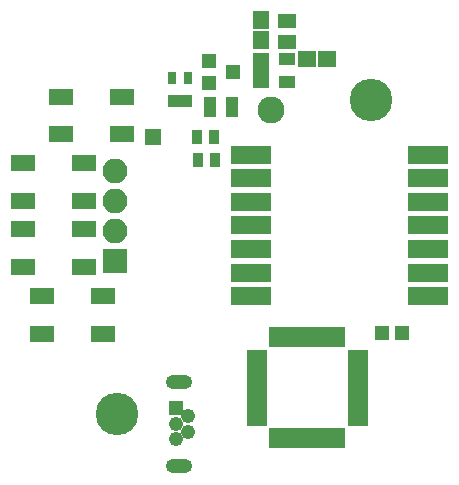
<source format=gbr>
G04 #@! TF.FileFunction,Soldermask,Top*
%FSLAX46Y46*%
G04 Gerber Fmt 4.6, Leading zero omitted, Abs format (unit mm)*
G04 Created by KiCad (PCBNEW 4.0.7-e2-6376~61~ubuntu18.04.1) date Mon Jul 23 20:51:16 2018*
%MOMM*%
%LPD*%
G01*
G04 APERTURE LIST*
%ADD10C,0.100000*%
%ADD11R,1.240000X1.240000*%
%ADD12C,1.240000*%
%ADD13O,2.250000X1.250000*%
%ADD14R,1.598880X1.197560*%
%ADD15R,1.398220X1.499820*%
%ADD16R,1.499820X1.398220*%
%ADD17C,2.279600*%
%ADD18R,1.460000X1.050000*%
%ADD19C,3.600000*%
%ADD20R,2.051000X1.398220*%
%ADD21R,1.400000X1.400000*%
%ADD22R,3.399740X1.598880*%
%ADD23R,1.670000X0.958800*%
%ADD24R,0.958800X1.670000*%
%ADD25R,1.303020X1.201420*%
%ADD26R,2.100000X2.100000*%
%ADD27O,2.100000X2.100000*%
%ADD28R,0.800000X1.050000*%
%ADD29R,0.900000X1.300000*%
%ADD30R,1.100000X1.700000*%
%ADD31R,1.300000X1.200000*%
G04 APERTURE END LIST*
D10*
D11*
X155700000Y-77500000D03*
D12*
X156700000Y-78150000D03*
X155700000Y-78800000D03*
X156700000Y-79450000D03*
X155700000Y-80100000D03*
D13*
X155920000Y-75225000D03*
X155920000Y-82375000D03*
D14*
X165077920Y-44660606D03*
X165077920Y-46458926D03*
D15*
X162877920Y-44611406D03*
X162877920Y-46308126D03*
D16*
X168496720Y-47900000D03*
X166800000Y-47900000D03*
D17*
X163700000Y-52200000D03*
D18*
X162900000Y-47950000D03*
X162900000Y-48900000D03*
X162900000Y-49850000D03*
X165100000Y-49850000D03*
X165100000Y-47950000D03*
D19*
X150700000Y-78000000D03*
X172200000Y-51400000D03*
D20*
X145924440Y-51102340D03*
X145924440Y-54297660D03*
X151075560Y-54297660D03*
X151075560Y-51102340D03*
X142724440Y-56702340D03*
X142724440Y-59897660D03*
X147875560Y-59897660D03*
X147875560Y-56702340D03*
X142724440Y-62302340D03*
X142724440Y-65497660D03*
X147875560Y-65497660D03*
X147875560Y-62302340D03*
X144324440Y-68002340D03*
X144324440Y-71197660D03*
X149475560Y-71197660D03*
X149475560Y-68002340D03*
D21*
X153700000Y-54500000D03*
D22*
X162051920Y-56000520D03*
X162051920Y-58002040D03*
X162051920Y-60001020D03*
X162051920Y-62000000D03*
X162051920Y-63998980D03*
X162051920Y-65997960D03*
X162051920Y-67999480D03*
X177048080Y-67999480D03*
X177048080Y-65997960D03*
X177048080Y-63998980D03*
X177048080Y-62000000D03*
X177048080Y-60001020D03*
X177048080Y-58002040D03*
X177048080Y-56000520D03*
D23*
X162500000Y-72949700D03*
X162500000Y-73749800D03*
X162500000Y-74549900D03*
X162500000Y-75350000D03*
X162500000Y-76147560D03*
X162500000Y-76947660D03*
X162500000Y-77747760D03*
X162500000Y-78547860D03*
D24*
X163993520Y-80041380D03*
X164793620Y-80041380D03*
X165593720Y-80041380D03*
X166393820Y-80041380D03*
X167191380Y-80041380D03*
X167991480Y-80041380D03*
X168791580Y-80041380D03*
X169591680Y-80041380D03*
D23*
X171085200Y-78547860D03*
X171085200Y-77747760D03*
X171085200Y-76947660D03*
X171085200Y-76147560D03*
X171085200Y-75350000D03*
X171085200Y-74549900D03*
X171085200Y-73749800D03*
X171085200Y-72949700D03*
D24*
X169591680Y-71456180D03*
X168791580Y-71456180D03*
X167991480Y-71456180D03*
X167191380Y-71456180D03*
X166393820Y-71456180D03*
X165593720Y-71456180D03*
X164793620Y-71456180D03*
X163993520Y-71456180D03*
D25*
X174838360Y-71120000D03*
X173141640Y-71120000D03*
D26*
X150500000Y-65000000D03*
D27*
X150500000Y-62460000D03*
X150500000Y-59920000D03*
X150500000Y-57380000D03*
D28*
X155350000Y-51450000D03*
X156650000Y-51450000D03*
X156000000Y-51450000D03*
X156650000Y-49550000D03*
X155350000Y-49550000D03*
D29*
X159000000Y-56500000D03*
X157500000Y-56500000D03*
X157428572Y-54500000D03*
X158928572Y-54500000D03*
D30*
X160450000Y-52000000D03*
X158550000Y-52000000D03*
D31*
X158500000Y-48050000D03*
X158500000Y-49950000D03*
X160500000Y-49000000D03*
M02*

</source>
